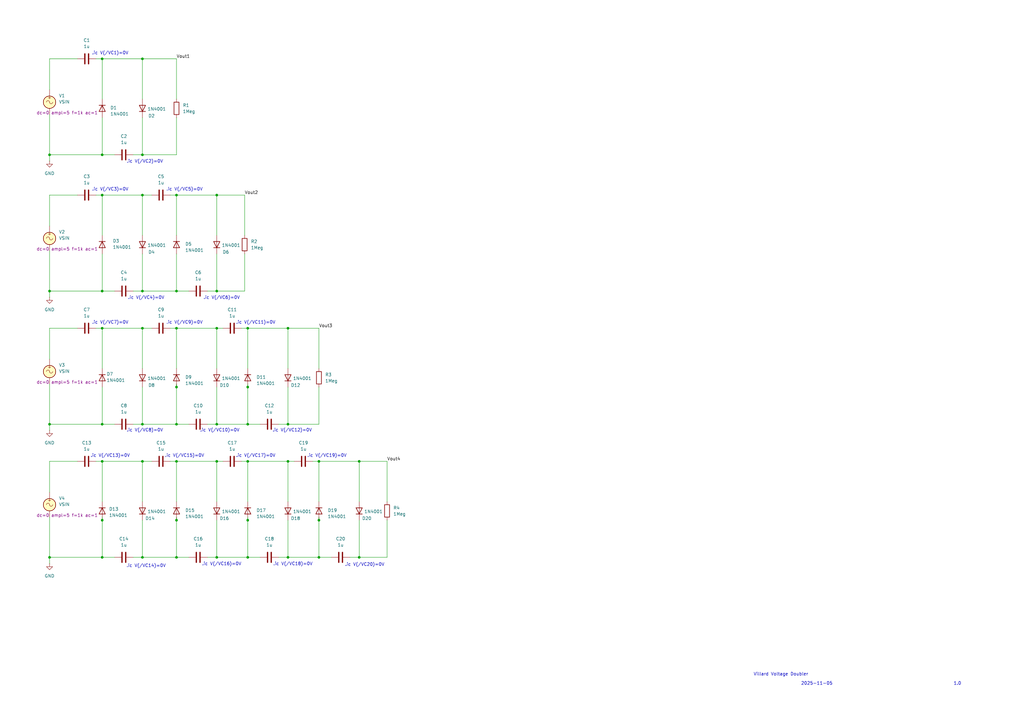
<source format=kicad_sch>
(kicad_sch (version 20250114) (generator "eeschema") (generator_version "9.0")
  (paper "A3")
  (lib_symbols
    (symbol "Device:C" (pin_numbers (hide yes)) (pin_names (offset 0.254))
      (property "Reference" "C" (at 0.635 2.54 0))
      (property "Value" "C" (at 0.635 -2.54 0))
      (symbol "C_0_1"
        (polyline (pts (xy -2.032 0.762) (xy 2.032 0.762)) (stroke (width 0.508)))
        (polyline (pts (xy -2.032 -0.762) (xy 2.032 -0.762)) (stroke (width 0.508)))
      )
      (symbol "C_1_1"
        (pin passive line (at 0 3.81 270) (length 2.794) (name "~") (number "1"))
        (pin passive line (at 0 -3.81 90) (length 2.794) (name "~") (number "2"))
      )
    )
    (symbol "Device:R" (pin_numbers (hide yes)) (pin_names (offset 0))
      (property "Reference" "R" (at 2.032 0 90))
      (property "Value" "R" (at 0 0 90))
      (symbol "R_0_1"
        (rectangle (start -1.016 -2.54) (end 1.016 2.54) (stroke (width 0.254)))
      )
      (symbol "R_1_1"
        (pin passive line (at 0 3.81 270) (length 1.27) (name "~") (number "1"))
        (pin passive line (at 0 -3.81 90) (length 1.27) (name "~") (number "2"))
      )
    )
    (symbol "Diode:1N4001" (pin_numbers (hide yes)) (pin_names (hide yes))
      (property "Reference" "D" (at 0 2.54 0))
      (property "Value" "1N4001" (at 0 -2.54 0))
      (symbol "1N4001_0_1"
        (polyline (pts (xy -1.27 1.27) (xy -1.27 -1.27)) (stroke (width 0.254)))
        (polyline (pts (xy 1.27 1.27) (xy 1.27 -1.27) (xy -1.27 0) (xy 1.27 1.27)) (stroke (width 0.254)))
        (polyline (pts (xy 1.27 0) (xy -1.27 0)))
      )
      (symbol "1N4001_1_1"
        (pin passive line (at -3.81 0 0) (length 2.54) (name "K") (number "1"))
        (pin passive line (at 3.81 0 180) (length 2.54) (name "A") (number "2"))
      )
    )
    (symbol "Simulation_SPICE:VSIN" (pin_numbers (hide yes)) (pin_names (offset 0.0254))
      (property "Reference" "V" (at 2.54 2.54 0))
      (property "Value" "VSIN" (at 2.54 0 0))
      (property "Sim.Params" "dc=0 ampl=1 f=1k ac=1" (at 2.54 -2.54 0))
      (symbol "VSIN_0_0"
        (arc (start -1.27 0) (mid -0.635 0.6323) (end 0 0))
        (arc (start 1.27 0) (mid 0.635 -0.6323) (end 0 0))
        (text "+" (at 0 1.905 0) (effects (font (size 1.27 1.27))))
      )
      (symbol "VSIN_0_1"
        (circle (center 0 0) (radius 2.54) (stroke (width 0.254)) (fill (type background)))
      )
      (symbol "VSIN_1_1"
        (pin passive line (at 0 5.08 270) (length 2.54) (name "~") (number "1"))
        (pin passive line (at 0 -5.08 90) (length 2.54) (name "~") (number "2"))
      )
    )
    (symbol "power:GND" (power) (pin_numbers (hide yes)) (pin_names (offset 0) (hide yes))
      (property "Value" "GND" (at 0 -3.81 0))
      (symbol "GND_0_1"
        (polyline (pts (xy 0 0) (xy 0 -1.27) (xy 1.27 -1.27) (xy 0 -2.54) (xy -1.27 -1.27) (xy 0 -1.27)))
      )
      (symbol "GND_1_1"
        (pin power_in line (at 0 0 270) (length 0) (name "~") (number "1"))
      )
    )
  )
  (text ".ic V(/VC16)=0V" (at 90.932 231.394 0) (effects (font (size 1.27 1.27))))
  (text ".ic V(/VC4)=0V" (at 59.944 122.174 0) (effects (font (size 1.27 1.27))))
  (text ".ic V(/VC6)=0V" (at 90.932 122.174 0) (effects (font (size 1.27 1.27))))
  (text ".ic V(/VC17)=0V" (at 104.902 186.944 0) (effects (font (size 1.27 1.27))))
  (text ".ic V(/VC14)=0V" (at 59.944 232.156 0) (effects (font (size 1.27 1.27))))
  (text ".ic V(/VC19)=0V" (at 134.112 186.944 0) (effects (font (size 1.27 1.27))))
  (text ".ic V(/VC18)=0V" (at 120.142 231.394 0) (effects (font (size 1.27 1.27))))
  (text ".ic V(/VC8)=0V" (at 59.436 176.53 0) (effects (font (size 1.27 1.27))))
  (text "1.0" (at 392.684 280.416 0) (effects (font (size 1.27 1.27))))
  (text ".ic V(/VC13)=0V" (at 45.212 186.944 0) (effects (font (size 1.27 1.27))))
  (text "2025-11-05" (at 335.026 280.416 0) (effects (font (size 1.27 1.27))))
  (text ".ic V(/VC3)=0V" (at 45.212 77.724 0) (effects (font (size 1.27 1.27))))
  (text "Villard Voltage Doubler" (at 320.294 276.606 0) (effects (font (size 1.27 1.27))))
  (text ".ic V(/VC20)=0V" (at 149.606 231.648 0) (effects (font (size 1.27 1.27))))
  (text ".ic V(/VC12)=0V" (at 119.888 176.53 0) (effects (font (size 1.27 1.27))))
  (text ".ic V(/VC15)=0V" (at 75.692 186.944 0) (effects (font (size 1.27 1.27))))
  (text ".ic V(/VC9)=0V" (at 75.692 132.334 0) (effects (font (size 1.27 1.27))))
  (text ".ic V(/VC5)=0V" (at 75.692 77.724 0) (effects (font (size 1.27 1.27))))
  (text ".ic V(/VC10)=0V" (at 90.17 176.53 0) (effects (font (size 1.27 1.27))))
  (text ".ic V(/VC11)=0V" (at 104.902 132.334 0) (effects (font (size 1.27 1.27))))
  (text ".ic V(/VC1)=0V" (at 45.212 21.844 0) (effects (font (size 1.27 1.27))))
  (text ".ic V(/VC2)=0V" (at 59.436 66.294 0) (effects (font (size 1.27 1.27))))
  (text ".ic V(/VC7)=0V" (at 45.212 132.334 0) (effects (font (size 1.27 1.27))))
  (junction (at 88.9 134.62))
  (junction (at 41.91 119.38))
  (junction (at 88.9 189.23))
  (junction (at 101.6 228.6))
  (junction (at 20.32 63.5))
  (junction (at 58.42 119.38))
  (junction (at 147.32 189.23))
  (junction (at 41.91 63.5))
  (junction (at 118.11 173.99))
  (junction (at 72.39 80.01))
  (junction (at 58.42 63.5))
  (junction (at 72.39 228.6))
  (junction (at 72.39 158.75))
  (junction (at 130.81 228.6))
  (junction (at 41.91 80.01))
  (junction (at 58.42 80.01))
  (junction (at 72.39 189.23))
  (junction (at 72.39 173.99))
  (junction (at 58.42 189.23))
  (junction (at 101.6 158.75))
  (junction (at 118.11 189.23))
  (junction (at 130.81 213.36))
  (junction (at 58.42 228.6))
  (junction (at 41.91 24.13))
  (junction (at 72.39 119.38))
  (junction (at 101.6 213.36))
  (junction (at 58.42 24.13))
  (junction (at 101.6 134.62))
  (junction (at 58.42 173.99))
  (junction (at 41.91 134.62))
  (junction (at 41.91 173.99))
  (junction (at 41.91 189.23))
  (junction (at 118.11 134.62))
  (junction (at 72.39 213.36))
  (junction (at 72.39 134.62))
  (junction (at 88.9 119.38))
  (junction (at 101.6 173.99))
  (junction (at 20.32 119.38))
  (junction (at 41.91 228.6))
  (junction (at 20.32 173.99))
  (junction (at 147.32 228.6))
  (junction (at 20.32 228.6))
  (junction (at 88.9 228.6))
  (junction (at 88.9 173.99))
  (junction (at 88.9 80.01))
  (junction (at 41.91 213.36))
  (junction (at 130.81 189.23))
  (junction (at 58.42 134.62))
  (junction (at 118.11 228.6))
  (junction (at 101.6 189.23))
  (wire (pts (xy 88.9 134.62) (xy 88.9 151.13)))
  (wire (pts (xy 58.42 213.36) (xy 58.42 228.6)))
  (wire (pts (xy 58.42 119.38) (xy 72.39 119.38)))
  (wire (pts (xy 101.6 189.23) (xy 101.6 205.74)))
  (wire (pts (xy 101.6 173.99) (xy 106.68 173.99)))
  (wire (pts (xy 101.6 228.6) (xy 106.68 228.6)))
  (wire (pts (xy 58.42 119.38) (xy 54.61 119.38)))
  (wire (pts (xy 88.9 228.6) (xy 101.6 228.6)))
  (wire (pts (xy 41.91 212.09) (xy 41.91 213.36)))
  (wire (pts (xy 58.42 80.01) (xy 58.42 96.52)))
  (wire (pts (xy 20.32 92.71) (xy 20.32 80.01)))
  (wire (pts (xy 147.32 189.23) (xy 158.75 189.23)))
  (wire (pts (xy 128.27 189.23) (xy 130.81 189.23)))
  (wire (pts (xy 158.75 213.36) (xy 158.75 228.6)))
  (wire (pts (xy 147.32 228.6) (xy 158.75 228.6)))
  (wire (pts (xy 158.75 189.23) (xy 158.75 205.74)))
  (wire (pts (xy 72.39 158.75) (xy 72.39 173.99)))
  (wire (pts (xy 100.33 80.01) (xy 100.33 96.52)))
  (wire (pts (xy 101.6 134.62) (xy 101.6 151.13)))
  (wire (pts (xy 118.11 134.62) (xy 101.6 134.62)))
  (wire (pts (xy 118.11 173.99) (xy 130.81 173.99)))
  (wire (pts (xy 88.9 134.62) (xy 91.44 134.62)))
  (wire (pts (xy 58.42 63.5) (xy 72.39 63.5)))
  (wire (pts (xy 72.39 48.26) (xy 72.39 63.5)))
  (wire (pts (xy 39.37 134.62) (xy 41.91 134.62)))
  (wire (pts (xy 88.9 228.6) (xy 85.09 228.6)))
  (wire (pts (xy 88.9 189.23) (xy 91.44 189.23)))
  (wire (pts (xy 39.37 189.23) (xy 41.91 189.23)))
  (wire (pts (xy 20.32 24.13) (xy 31.75 24.13)))
  (wire (pts (xy 118.11 213.36) (xy 118.11 228.6)))
  (wire (pts (xy 20.32 63.5) (xy 20.32 46.99)))
  (wire (pts (xy 130.81 189.23) (xy 130.81 205.74)))
  (wire (pts (xy 72.39 80.01) (xy 72.39 96.52)))
  (wire (pts (xy 20.32 228.6) (xy 41.91 228.6)))
  (wire (pts (xy 88.9 80.01) (xy 88.9 96.52)))
  (wire (pts (xy 118.11 189.23) (xy 118.11 205.74)))
  (wire (pts (xy 130.81 134.62) (xy 130.81 151.13)))
  (wire (pts (xy 58.42 48.26) (xy 58.42 63.5)))
  (wire (pts (xy 58.42 134.62) (xy 62.23 134.62)))
  (wire (pts (xy 147.32 213.36) (xy 147.32 228.6)))
  (wire (pts (xy 58.42 24.13) (xy 72.39 24.13)))
  (wire (pts (xy 20.32 63.5) (xy 41.91 63.5)))
  (wire (pts (xy 88.9 158.75) (xy 88.9 173.99)))
  (wire (pts (xy 20.32 147.32) (xy 20.32 134.62)))
  (wire (pts (xy 58.42 189.23) (xy 58.42 205.74)))
  (wire (pts (xy 58.42 173.99) (xy 54.61 173.99)))
  (wire (pts (xy 41.91 228.6) (xy 46.99 228.6)))
  (wire (pts (xy 41.91 134.62) (xy 41.91 151.13)))
  (wire (pts (xy 88.9 104.14) (xy 88.9 119.38)))
  (wire (pts (xy 58.42 228.6) (xy 54.61 228.6)))
  (wire (pts (xy 101.6 157.48) (xy 101.6 158.75)))
  (wire (pts (xy 72.39 134.62) (xy 72.39 151.13)))
  (wire (pts (xy 20.32 36.83) (xy 20.32 24.13)))
  (wire (pts (xy 69.85 134.62) (xy 72.39 134.62)))
  (wire (pts (xy 20.32 231.14) (xy 20.32 228.6)))
  (wire (pts (xy 99.06 189.23) (xy 101.6 189.23)))
  (wire (pts (xy 58.42 24.13) (xy 58.42 40.64)))
  (wire (pts (xy 88.9 189.23) (xy 72.39 189.23)))
  (wire (pts (xy 58.42 189.23) (xy 41.91 189.23)))
  (wire (pts (xy 88.9 189.23) (xy 88.9 205.74)))
  (wire (pts (xy 41.91 158.75) (xy 41.91 173.99)))
  (wire (pts (xy 72.39 24.13) (xy 72.39 40.64)))
  (wire (pts (xy 118.11 189.23) (xy 101.6 189.23)))
  (wire (pts (xy 58.42 189.23) (xy 62.23 189.23)))
  (wire (pts (xy 58.42 104.14) (xy 58.42 119.38)))
  (wire (pts (xy 69.85 189.23) (xy 72.39 189.23)))
  (wire (pts (xy 41.91 173.99) (xy 46.99 173.99)))
  (wire (pts (xy 72.39 213.36) (xy 72.39 228.6)))
  (wire (pts (xy 101.6 212.09) (xy 101.6 213.36)))
  (wire (pts (xy 20.32 134.62) (xy 31.75 134.62)))
  (wire (pts (xy 39.37 80.01) (xy 41.91 80.01)))
  (wire (pts (xy 41.91 48.26) (xy 41.91 63.5)))
  (wire (pts (xy 20.32 80.01) (xy 31.75 80.01)))
  (wire (pts (xy 72.39 104.14) (xy 72.39 119.38)))
  (wire (pts (xy 118.11 134.62) (xy 118.11 151.13)))
  (wire (pts (xy 72.39 189.23) (xy 72.39 205.74)))
  (wire (pts (xy 118.11 158.75) (xy 118.11 173.99)))
  (wire (pts (xy 58.42 24.13) (xy 41.91 24.13)))
  (wire (pts (xy 72.39 228.6) (xy 77.47 228.6)))
  (wire (pts (xy 41.91 80.01) (xy 41.91 96.52)))
  (wire (pts (xy 41.91 24.13) (xy 41.91 40.64)))
  (wire (pts (xy 20.32 201.93) (xy 20.32 189.23)))
  (wire (pts (xy 72.39 157.48) (xy 72.39 158.75)))
  (wire (pts (xy 41.91 213.36) (xy 41.91 228.6)))
  (wire (pts (xy 88.9 80.01) (xy 100.33 80.01)))
  (wire (pts (xy 118.11 228.6) (xy 130.81 228.6)))
  (wire (pts (xy 99.06 134.62) (xy 101.6 134.62)))
  (wire (pts (xy 88.9 173.99) (xy 101.6 173.99)))
  (wire (pts (xy 20.32 228.6) (xy 20.32 212.09)))
  (wire (pts (xy 20.32 119.38) (xy 20.32 102.87)))
  (wire (pts (xy 58.42 80.01) (xy 62.23 80.01)))
  (wire (pts (xy 39.37 24.13) (xy 41.91 24.13)))
  (wire (pts (xy 88.9 80.01) (xy 72.39 80.01)))
  (wire (pts (xy 41.91 104.14) (xy 41.91 119.38)))
  (wire (pts (xy 20.32 119.38) (xy 41.91 119.38)))
  (wire (pts (xy 147.32 228.6) (xy 143.51 228.6)))
  (wire (pts (xy 20.32 173.99) (xy 41.91 173.99)))
  (wire (pts (xy 58.42 173.99) (xy 72.39 173.99)))
  (wire (pts (xy 130.81 213.36) (xy 130.81 228.6)))
  (wire (pts (xy 41.91 63.5) (xy 46.99 63.5)))
  (wire (pts (xy 58.42 158.75) (xy 58.42 173.99)))
  (wire (pts (xy 20.32 176.53) (xy 20.32 173.99)))
  (wire (pts (xy 88.9 119.38) (xy 100.33 119.38)))
  (wire (pts (xy 88.9 173.99) (xy 85.09 173.99)))
  (wire (pts (xy 58.42 80.01) (xy 41.91 80.01)))
  (wire (pts (xy 20.32 173.99) (xy 20.32 157.48)))
  (wire (pts (xy 41.91 119.38) (xy 46.99 119.38)))
  (wire (pts (xy 101.6 158.75) (xy 101.6 173.99)))
  (wire (pts (xy 118.11 173.99) (xy 114.3 173.99)))
  (wire (pts (xy 100.33 104.14) (xy 100.33 119.38)))
  (wire (pts (xy 41.91 189.23) (xy 41.91 205.74)))
  (wire (pts (xy 118.11 189.23) (xy 120.65 189.23)))
  (wire (pts (xy 130.81 158.75) (xy 130.81 173.99)))
  (wire (pts (xy 20.32 121.92) (xy 20.32 119.38)))
  (wire (pts (xy 147.32 189.23) (xy 147.32 205.74)))
  (wire (pts (xy 101.6 213.36) (xy 101.6 228.6)))
  (wire (pts (xy 72.39 119.38) (xy 77.47 119.38)))
  (wire (pts (xy 58.42 134.62) (xy 58.42 151.13)))
  (wire (pts (xy 88.9 134.62) (xy 72.39 134.62)))
  (wire (pts (xy 58.42 134.62) (xy 41.91 134.62)))
  (wire (pts (xy 20.32 66.04) (xy 20.32 63.5)))
  (wire (pts (xy 118.11 134.62) (xy 130.81 134.62)))
  (wire (pts (xy 88.9 119.38) (xy 85.09 119.38)))
  (wire (pts (xy 69.85 80.01) (xy 72.39 80.01)))
  (wire (pts (xy 58.42 228.6) (xy 72.39 228.6)))
  (wire (pts (xy 147.32 189.23) (xy 130.81 189.23)))
  (wire (pts (xy 130.81 228.6) (xy 135.89 228.6)))
  (wire (pts (xy 72.39 212.09) (xy 72.39 213.36)))
  (wire (pts (xy 130.81 212.09) (xy 130.81 213.36)))
  (wire (pts (xy 20.32 189.23) (xy 31.75 189.23)))
  (wire (pts (xy 118.11 228.6) (xy 114.3 228.6)))
  (wire (pts (xy 88.9 213.36) (xy 88.9 228.6)))
  (wire (pts (xy 72.39 173.99) (xy 77.47 173.99)))
  (wire (pts (xy 58.42 63.5) (xy 54.61 63.5)))
  (label "Vout1" (at 72.39 24.13 0))
  (label "Vout3" (at 130.81 134.62 0))
  (label "Vout4" (at 158.75 189.23 0))
  (label "Vout2" (at 100.33 80.01 0))
  (symbol (lib_id "Diode:1N4001") (at 72.39 209.55 270) (unit 1)
    (property "Reference" "D15" (at 75.946 209.296 90) (effects (justify left)))
    (property "Value" "1N4001" (at 75.946 211.836 90) (effects (justify left)))
    (property "Footprint" "Diode_THT:D_DO-41_SOD81_P10.16mm_Horizontal" (effects (hide yes)))
    (property "Datasheet" "http://www.vishay.com/docs/88503/1n4001.pdf" (effects (hide yes)))
    (property "Description" "50V 1A General Purpose Rectifier Diode, DO-41" (effects (hide yes)))
    (property "Sim.Device" "D" (effects (hide yes)))
    (property "Sim.Pins" "1=K 2=A" (effects (hide yes)))
  )
  (symbol (lib_id "Diode:1N4001") (at 118.11 154.94 90) (unit 1)
    (property "Reference" "D12" (at 123.19 157.988 90) (effects (justify left)))
    (property "Value" "1N4001" (at 127.762 155.194 90) (effects (justify left)))
    (property "Footprint" "Diode_THT:D_DO-41_SOD81_P10.16mm_Horizontal" (effects (hide yes)))
    (property "Datasheet" "http://www.vishay.com/docs/88503/1n4001.pdf" (effects (hide yes)))
    (property "Description" "50V 1A General Purpose Rectifier Diode, DO-41" (effects (hide yes)))
    (property "Sim.Device" "D" (effects (hide yes)))
    (property "Sim.Pins" "1=K 2=A" (effects (hide yes)))
  )
  (symbol (lib_id "Diode:1N4001") (at 41.91 44.45 270) (unit 1)
    (property "Reference" "D1" (at 45.212 44.196 90) (effects (justify left)))
    (property "Value" "1N4001" (at 45.212 46.736 90) (effects (justify left)))
    (property "Footprint" "Diode_THT:D_DO-41_SOD81_P10.16mm_Horizontal" (effects (hide yes)))
    (property "Datasheet" "http://www.vishay.com/docs/88503/1n4001.pdf" (effects (hide yes)))
    (property "Description" "50V 1A General Purpose Rectifier Diode, DO-41" (effects (hide yes)))
    (property "Sim.Device" "D" (effects (hide yes)))
    (property "Sim.Pins" "1=K 2=A" (effects (hide yes)))
  )
  (symbol (lib_id "Device:C") (at 139.7 228.6 90) (unit 1)
    (property "Reference" "C20" (at 139.7 220.98 90))
    (property "Value" "1u" (at 139.7 223.52 90))
    (property "Description" "Unpolarized capacitor" (effects (hide yes)))
  )
  (symbol (lib_id "Diode:1N4001") (at 41.91 209.55 270) (unit 1)
    (property "Reference" "D13" (at 44.704 208.788 90) (effects (justify left)))
    (property "Value" "1N4001" (at 44.704 211.328 90) (effects (justify left)))
    (property "Footprint" "Diode_THT:D_DO-41_SOD81_P10.16mm_Horizontal" (effects (hide yes)))
    (property "Datasheet" "http://www.vishay.com/docs/88503/1n4001.pdf" (effects (hide yes)))
    (property "Description" "50V 1A General Purpose Rectifier Diode, DO-41" (effects (hide yes)))
    (property "Sim.Device" "D" (effects (hide yes)))
    (property "Sim.Pins" "1=K 2=A" (effects (hide yes)))
  )
  (symbol (lib_id "Device:C") (at 124.46 189.23 90) (unit 1)
    (property "Reference" "C19" (at 124.46 181.61 90))
    (property "Value" "1u" (at 124.46 184.15 90))
    (property "Description" "Unpolarized capacitor" (effects (hide yes)))
  )
  (symbol (lib_id "Device:C") (at 35.56 134.62 90) (unit 1)
    (property "Reference" "C7" (at 35.56 127 90))
    (property "Value" "1u" (at 35.56 129.54 90))
    (property "Description" "Unpolarized capacitor" (effects (hide yes)))
  )
  (symbol (lib_id "Diode:1N4001") (at 58.42 100.33 90) (unit 1)
    (property "Reference" "D4" (at 63.5 103.378 90) (effects (justify left)))
    (property "Value" "1N4001" (at 68.072 100.584 90) (effects (justify left)))
    (property "Footprint" "Diode_THT:D_DO-41_SOD81_P10.16mm_Horizontal" (effects (hide yes)))
    (property "Datasheet" "http://www.vishay.com/docs/88503/1n4001.pdf" (effects (hide yes)))
    (property "Description" "50V 1A General Purpose Rectifier Diode, DO-41" (effects (hide yes)))
    (property "Sim.Device" "D" (effects (hide yes)))
    (property "Sim.Pins" "1=K 2=A" (effects (hide yes)))
  )
  (symbol (lib_id "Device:R") (at 72.39 44.45 0) (unit 1)
    (property "Reference" "R1" (at 74.93 43.1799 0) (effects (justify left)))
    (property "Value" "1Meg" (at 74.93 45.7199 0) (effects (justify left)))
    (property "Description" "Resistor" (effects (hide yes)))
  )
  (symbol (lib_id "Device:R") (at 158.75 209.55 0) (unit 1)
    (property "Reference" "R4" (at 161.29 208.2799 0) (effects (justify left)))
    (property "Value" "1Meg" (at 161.29 210.8199 0) (effects (justify left)))
    (property "Description" "Resistor" (effects (hide yes)))
  )
  (symbol (lib_id "Device:C") (at 95.25 189.23 90) (unit 1)
    (property "Reference" "C17" (at 95.25 181.61 90))
    (property "Value" "1u" (at 95.25 184.15 90))
    (property "Description" "Unpolarized capacitor" (effects (hide yes)))
  )
  (symbol (lib_id "Device:C") (at 110.49 173.99 90) (unit 1)
    (property "Reference" "C12" (at 110.49 166.37 90))
    (property "Value" "1u" (at 110.49 168.91 90))
    (property "Description" "Unpolarized capacitor" (effects (hide yes)))
  )
  (symbol (lib_id "Diode:1N4001") (at 101.6 154.94 270) (unit 1)
    (property "Reference" "D11" (at 105.156 154.686 90) (effects (justify left)))
    (property "Value" "1N4001" (at 105.156 157.226 90) (effects (justify left)))
    (property "Footprint" "Diode_THT:D_DO-41_SOD81_P10.16mm_Horizontal" (effects (hide yes)))
    (property "Datasheet" "http://www.vishay.com/docs/88503/1n4001.pdf" (effects (hide yes)))
    (property "Description" "50V 1A General Purpose Rectifier Diode, DO-41" (effects (hide yes)))
    (property "Sim.Device" "D" (effects (hide yes)))
    (property "Sim.Pins" "1=K 2=A" (effects (hide yes)))
  )
  (symbol (lib_id "Device:C") (at 35.56 80.01 90) (unit 1)
    (property "Reference" "C3" (at 35.56 72.39 90))
    (property "Value" "1u" (at 35.56 74.93 90))
    (property "Description" "Unpolarized capacitor" (effects (hide yes)))
  )
  (symbol (lib_id "Device:C") (at 50.8 173.99 90) (unit 1)
    (property "Reference" "C8" (at 50.8 166.37 90))
    (property "Value" "1u" (at 50.8 168.91 90))
    (property "Description" "Unpolarized capacitor" (effects (hide yes)))
  )
  (symbol (lib_id "power:GND") (at 20.32 121.92 0) (unit 1)
    (property "Reference" "#PWR01" (effects (hide yes)))
    (property "Value" "GND" (at 20.32 127 0))
    (property "Description" "Power symbol creates a global label with name \"GND\" , ground" (effects (hide yes)))
  )
  (symbol (lib_id "Diode:1N4001") (at 118.11 209.55 90) (unit 1)
    (property "Reference" "D18" (at 123.19 212.598 90) (effects (justify left)))
    (property "Value" "1N4001" (at 127.762 209.804 90) (effects (justify left)))
    (property "Footprint" "Diode_THT:D_DO-41_SOD81_P10.16mm_Horizontal" (effects (hide yes)))
    (property "Datasheet" "http://www.vishay.com/docs/88503/1n4001.pdf" (effects (hide yes)))
    (property "Description" "50V 1A General Purpose Rectifier Diode, DO-41" (effects (hide yes)))
    (property "Sim.Device" "D" (effects (hide yes)))
    (property "Sim.Pins" "1=K 2=A" (effects (hide yes)))
  )
  (symbol (lib_id "Diode:1N4001") (at 147.32 209.55 90) (unit 1)
    (property "Reference" "D20" (at 152.4 212.598 90) (effects (justify left)))
    (property "Value" "1N4001" (at 156.972 209.804 90) (effects (justify left)))
    (property "Footprint" "Diode_THT:D_DO-41_SOD81_P10.16mm_Horizontal" (effects (hide yes)))
    (property "Datasheet" "http://www.vishay.com/docs/88503/1n4001.pdf" (effects (hide yes)))
    (property "Description" "50V 1A General Purpose Rectifier Diode, DO-41" (effects (hide yes)))
    (property "Sim.Device" "D" (effects (hide yes)))
    (property "Sim.Pins" "1=K 2=A" (effects (hide yes)))
  )
  (symbol (lib_id "Device:R") (at 130.81 154.94 0) (unit 1)
    (property "Reference" "R3" (at 133.35 153.6699 0) (effects (justify left)))
    (property "Value" "1Meg" (at 133.35 156.2099 0) (effects (justify left)))
    (property "Description" "Resistor" (effects (hide yes)))
  )
  (symbol (lib_id "Diode:1N4001") (at 58.42 44.45 90) (unit 1)
    (property "Reference" "D2" (at 63.5 47.498 90) (effects (justify left)))
    (property "Value" "1N4001" (at 68.072 44.704 90) (effects (justify left)))
    (property "Footprint" "Diode_THT:D_DO-41_SOD81_P10.16mm_Horizontal" (effects (hide yes)))
    (property "Datasheet" "http://www.vishay.com/docs/88503/1n4001.pdf" (effects (hide yes)))
    (property "Description" "50V 1A General Purpose Rectifier Diode, DO-41" (effects (hide yes)))
    (property "Sim.Device" "D" (effects (hide yes)))
    (property "Sim.Pins" "1=K 2=A" (effects (hide yes)))
  )
  (symbol (lib_id "Simulation_SPICE:VSIN") (at 20.32 207.01 0) (unit 1)
    (property "Reference" "V4" (at 24.13 204.3401 0) (effects (justify left)))
    (property "Value" "VSIN" (at 24.13 206.8801 0) (effects (justify left)))
    (property "Datasheet" "https://ngspice.sourceforge.io/docs/ngspice-html-manual/manual.xhtml#sec_Independent_Sources_for" (effects (hide yes)))
    (property "Description" "Voltage source, sinusoidal" (effects (hide yes)))
    (property "Sim.Pins" "1=+ 2=-" (effects (hide yes)))
    (property "Sim.Params" "dc=0 ampl=5 f=1k ac=1" (at 14.986 211.328 0) (effects (justify left)))
    (property "Sim.Type" "SIN" (effects (hide yes)))
    (property "Sim.Device" "V" (effects (hide yes)))
  )
  (symbol (lib_id "power:GND") (at 20.32 231.14 0) (unit 1)
    (property "Reference" "#PWR04" (effects (hide yes)))
    (property "Value" "GND" (at 20.32 236.22 0))
    (property "Description" "Power symbol creates a global label with name \"GND\" , ground" (effects (hide yes)))
  )
  (symbol (lib_id "Device:C") (at 81.28 228.6 90) (unit 1)
    (property "Reference" "C16" (at 81.28 220.98 90))
    (property "Value" "1u" (at 81.28 223.52 90))
    (property "Description" "Unpolarized capacitor" (effects (hide yes)))
  )
  (symbol (lib_id "Device:C") (at 66.04 80.01 90) (unit 1)
    (property "Reference" "C5" (at 66.04 72.39 90))
    (property "Value" "1u" (at 66.04 74.93 90))
    (property "Description" "Unpolarized capacitor" (effects (hide yes)))
  )
  (symbol (lib_id "Simulation_SPICE:VSIN") (at 20.32 41.91 0) (unit 1)
    (property "Reference" "V1" (at 24.13 39.2401 0) (effects (justify left)))
    (property "Value" "VSIN" (at 24.13 41.7801 0) (effects (justify left)))
    (property "Datasheet" "https://ngspice.sourceforge.io/docs/ngspice-html-manual/manual.xhtml#sec_Independent_Sources_for" (effects (hide yes)))
    (property "Description" "Voltage source, sinusoidal" (effects (hide yes)))
    (property "Sim.Pins" "1=+ 2=-" (effects (hide yes)))
    (property "Sim.Params" "dc=0 ampl=5 f=1k ac=1" (at 14.986 46.228 0) (effects (justify left)))
    (property "Sim.Type" "SIN" (effects (hide yes)))
    (property "Sim.Device" "V" (effects (hide yes)))
  )
  (symbol (lib_id "Diode:1N4001") (at 58.42 209.55 90) (unit 1)
    (property "Reference" "D14" (at 63.5 212.598 90) (effects (justify left)))
    (property "Value" "1N4001" (at 68.072 209.804 90) (effects (justify left)))
    (property "Footprint" "Diode_THT:D_DO-41_SOD81_P10.16mm_Horizontal" (effects (hide yes)))
    (property "Datasheet" "http://www.vishay.com/docs/88503/1n4001.pdf" (effects (hide yes)))
    (property "Description" "50V 1A General Purpose Rectifier Diode, DO-41" (effects (hide yes)))
    (property "Sim.Device" "D" (effects (hide yes)))
    (property "Sim.Pins" "1=K 2=A" (effects (hide yes)))
  )
  (symbol (lib_id "Diode:1N4001") (at 88.9 154.94 90) (unit 1)
    (property "Reference" "D10" (at 93.98 157.988 90) (effects (justify left)))
    (property "Value" "1N4001" (at 98.552 155.194 90) (effects (justify left)))
    (property "Footprint" "Diode_THT:D_DO-41_SOD81_P10.16mm_Horizontal" (effects (hide yes)))
    (property "Datasheet" "http://www.vishay.com/docs/88503/1n4001.pdf" (effects (hide yes)))
    (property "Description" "50V 1A General Purpose Rectifier Diode, DO-41" (effects (hide yes)))
    (property "Sim.Device" "D" (effects (hide yes)))
    (property "Sim.Pins" "1=K 2=A" (effects (hide yes)))
  )
  (symbol (lib_id "power:GND") (at 20.32 176.53 0) (unit 1)
    (property "Reference" "#PWR02" (effects (hide yes)))
    (property "Value" "GND" (at 20.32 181.61 0))
    (property "Description" "Power symbol creates a global label with name \"GND\" , ground" (effects (hide yes)))
  )
  (symbol (lib_id "Device:C") (at 81.28 119.38 90) (unit 1)
    (property "Reference" "C6" (at 81.28 111.76 90))
    (property "Value" "1u" (at 81.28 114.3 90))
    (property "Description" "Unpolarized capacitor" (effects (hide yes)))
  )
  (symbol (lib_id "Diode:1N4001") (at 88.9 100.33 90) (unit 1)
    (property "Reference" "D6" (at 93.98 103.378 90) (effects (justify left)))
    (property "Value" "1N4001" (at 98.552 100.584 90) (effects (justify left)))
    (property "Footprint" "Diode_THT:D_DO-41_SOD81_P10.16mm_Horizontal" (effects (hide yes)))
    (property "Datasheet" "http://www.vishay.com/docs/88503/1n4001.pdf" (effects (hide yes)))
    (property "Description" "50V 1A General Purpose Rectifier Diode, DO-41" (effects (hide yes)))
    (property "Sim.Device" "D" (effects (hide yes)))
    (property "Sim.Pins" "1=K 2=A" (effects (hide yes)))
  )
  (symbol (lib_id "power:GND") (at 20.32 66.04 0) (unit 1)
    (property "Reference" "#PWR03" (effects (hide yes)))
    (property "Value" "GND" (at 20.32 71.12 0))
    (property "Description" "Power symbol creates a global label with name \"GND\" , ground" (effects (hide yes)))
  )
  (symbol (lib_id "Device:C") (at 35.56 189.23 90) (unit 1)
    (property "Reference" "C13" (at 35.56 181.61 90))
    (property "Value" "1u" (at 35.56 184.15 90))
    (property "Description" "Unpolarized capacitor" (effects (hide yes)))
  )
  (symbol (lib_id "Device:R") (at 100.33 100.33 0) (unit 1)
    (property "Reference" "R2" (at 102.87 99.0599 0) (effects (justify left)))
    (property "Value" "1Meg" (at 102.87 101.5999 0) (effects (justify left)))
    (property "Description" "Resistor" (effects (hide yes)))
  )
  (symbol (lib_id "Device:C") (at 35.56 24.13 90) (unit 1)
    (property "Reference" "C1" (at 35.56 16.51 90))
    (property "Value" "1u" (at 35.56 19.05 90))
    (property "Description" "Unpolarized capacitor" (effects (hide yes)))
  )
  (symbol (lib_id "Device:C") (at 66.04 134.62 90) (unit 1)
    (property "Reference" "C9" (at 66.04 127 90))
    (property "Value" "1u" (at 66.04 129.54 90))
    (property "Description" "Unpolarized capacitor" (effects (hide yes)))
  )
  (symbol (lib_id "Diode:1N4001") (at 101.6 209.55 270) (unit 1)
    (property "Reference" "D17" (at 105.156 209.296 90) (effects (justify left)))
    (property "Value" "1N4001" (at 105.156 211.836 90) (effects (justify left)))
    (property "Footprint" "Diode_THT:D_DO-41_SOD81_P10.16mm_Horizontal" (effects (hide yes)))
    (property "Datasheet" "http://www.vishay.com/docs/88503/1n4001.pdf" (effects (hide yes)))
    (property "Description" "50V 1A General Purpose Rectifier Diode, DO-41" (effects (hide yes)))
    (property "Sim.Device" "D" (effects (hide yes)))
    (property "Sim.Pins" "1=K 2=A" (effects (hide yes)))
  )
  (symbol (lib_id "Simulation_SPICE:VSIN") (at 20.32 152.4 0) (unit 1)
    (property "Reference" "V3" (at 24.13 149.7301 0) (effects (justify left)))
    (property "Value" "VSIN" (at 24.13 152.2701 0) (effects (justify left)))
    (property "Datasheet" "https://ngspice.sourceforge.io/docs/ngspice-html-manual/manual.xhtml#sec_Independent_Sources_for" (effects (hide yes)))
    (property "Description" "Voltage source, sinusoidal" (effects (hide yes)))
    (property "Sim.Pins" "1=+ 2=-" (effects (hide yes)))
    (property "Sim.Params" "dc=0 ampl=5 f=1k ac=1" (at 14.986 156.718 0) (effects (justify left)))
    (property "Sim.Type" "SIN" (effects (hide yes)))
    (property "Sim.Device" "V" (effects (hide yes)))
  )
  (symbol (lib_id "Diode:1N4001") (at 130.81 209.55 270) (unit 1)
    (property "Reference" "D19" (at 134.366 209.296 90) (effects (justify left)))
    (property "Value" "1N4001" (at 134.366 211.836 90) (effects (justify left)))
    (property "Footprint" "Diode_THT:D_DO-41_SOD81_P10.16mm_Horizontal" (effects (hide yes)))
    (property "Datasheet" "http://www.vishay.com/docs/88503/1n4001.pdf" (effects (hide yes)))
    (property "Description" "50V 1A General Purpose Rectifier Diode, DO-41" (effects (hide yes)))
    (property "Sim.Device" "D" (effects (hide yes)))
    (property "Sim.Pins" "1=K 2=A" (effects (hide yes)))
  )
  (symbol (lib_id "Diode:1N4001") (at 41.91 154.94 270) (unit 1)
    (property "Reference" "D7" (at 43.688 153.416 90) (effects (justify left)))
    (property "Value" "1N4001" (at 43.688 155.956 90) (effects (justify left)))
    (property "Footprint" "Diode_THT:D_DO-41_SOD81_P10.16mm_Horizontal" (effects (hide yes)))
    (property "Datasheet" "http://www.vishay.com/docs/88503/1n4001.pdf" (effects (hide yes)))
    (property "Description" "50V 1A General Purpose Rectifier Diode, DO-41" (effects (hide yes)))
    (property "Sim.Device" "D" (effects (hide yes)))
    (property "Sim.Pins" "1=K 2=A" (effects (hide yes)))
  )
  (symbol (lib_id "Device:C") (at 110.49 228.6 90) (unit 1)
    (property "Reference" "C18" (at 110.49 220.98 90))
    (property "Value" "1u" (at 110.49 223.52 90))
    (property "Description" "Unpolarized capacitor" (effects (hide yes)))
  )
  (symbol (lib_id "Device:C") (at 81.28 173.99 90) (unit 1)
    (property "Reference" "C10" (at 81.28 166.37 90))
    (property "Value" "1u" (at 81.28 168.91 90))
    (property "Description" "Unpolarized capacitor" (effects (hide yes)))
  )
  (symbol (lib_id "Diode:1N4001") (at 88.9 209.55 90) (unit 1)
    (property "Reference" "D16" (at 93.98 212.598 90) (effects (justify left)))
    (property "Value" "1N4001" (at 98.552 209.804 90) (effects (justify left)))
    (property "Footprint" "Diode_THT:D_DO-41_SOD81_P10.16mm_Horizontal" (effects (hide yes)))
    (property "Datasheet" "http://www.vishay.com/docs/88503/1n4001.pdf" (effects (hide yes)))
    (property "Description" "50V 1A General Purpose Rectifier Diode, DO-41" (effects (hide yes)))
    (property "Sim.Device" "D" (effects (hide yes)))
    (property "Sim.Pins" "1=K 2=A" (effects (hide yes)))
  )
  (symbol (lib_id "Device:C") (at 66.04 189.23 90) (unit 1)
    (property "Reference" "C15" (at 66.04 181.61 90))
    (property "Value" "1u" (at 66.04 184.15 90))
    (property "Description" "Unpolarized capacitor" (effects (hide yes)))
  )
  (symbol (lib_id "Diode:1N4001") (at 58.42 154.94 90) (unit 1)
    (property "Reference" "D8" (at 63.5 157.988 90) (effects (justify left)))
    (property "Value" "1N4001" (at 68.072 155.194 90) (effects (justify left)))
    (property "Footprint" "Diode_THT:D_DO-41_SOD81_P10.16mm_Horizontal" (effects (hide yes)))
    (property "Datasheet" "http://www.vishay.com/docs/88503/1n4001.pdf" (effects (hide yes)))
    (property "Description" "50V 1A General Purpose Rectifier Diode, DO-41" (effects (hide yes)))
    (property "Sim.Device" "D" (effects (hide yes)))
    (property "Sim.Pins" "1=K 2=A" (effects (hide yes)))
  )
  (symbol (lib_id "Diode:1N4001") (at 72.39 100.33 270) (unit 1)
    (property "Reference" "D5" (at 75.946 100.076 90) (effects (justify left)))
    (property "Value" "1N4001" (at 75.946 102.616 90) (effects (justify left)))
    (property "Footprint" "Diode_THT:D_DO-41_SOD81_P10.16mm_Horizontal" (effects (hide yes)))
    (property "Datasheet" "http://www.vishay.com/docs/88503/1n4001.pdf" (effects (hide yes)))
    (property "Description" "50V 1A General Purpose Rectifier Diode, DO-41" (effects (hide yes)))
    (property "Sim.Device" "D" (effects (hide yes)))
    (property "Sim.Pins" "1=K 2=A" (effects (hide yes)))
  )
  (symbol (lib_id "Device:C") (at 50.8 63.5 90) (unit 1)
    (property "Reference" "C2" (at 50.8 55.88 90))
    (property "Value" "1u" (at 50.8 58.42 90))
    (property "Description" "Unpolarized capacitor" (effects (hide yes)))
  )
  (symbol (lib_id "Device:C") (at 95.25 134.62 90) (unit 1)
    (property "Reference" "C11" (at 95.25 127 90))
    (property "Value" "1u" (at 95.25 129.54 90))
    (property "Description" "Unpolarized capacitor" (effects (hide yes)))
  )
  (symbol (lib_id "Simulation_SPICE:VSIN") (at 20.32 97.79 0) (unit 1)
    (property "Reference" "V2" (at 24.13 95.1201 0) (effects (justify left)))
    (property "Value" "VSIN" (at 24.13 97.6601 0) (effects (justify left)))
    (property "Datasheet" "https://ngspice.sourceforge.io/docs/ngspice-html-manual/manual.xhtml#sec_Independent_Sources_for" (effects (hide yes)))
    (property "Description" "Voltage source, sinusoidal" (effects (hide yes)))
    (property "Sim.Pins" "1=+ 2=-" (effects (hide yes)))
    (property "Sim.Params" "dc=0 ampl=5 f=1k ac=1" (at 14.986 102.108 0) (effects (justify left)))
    (property "Sim.Type" "SIN" (effects (hide yes)))
    (property "Sim.Device" "V" (effects (hide yes)))
  )
  (symbol (lib_id "Device:C") (at 50.8 228.6 90) (unit 1)
    (property "Reference" "C14" (at 50.8 220.98 90))
    (property "Value" "1u" (at 50.8 223.52 90))
    (property "Description" "Unpolarized capacitor" (effects (hide yes)))
  )
  (symbol (lib_id "Device:C") (at 50.8 119.38 90) (unit 1)
    (property "Reference" "C4" (at 50.8 111.76 90))
    (property "Value" "1u" (at 50.8 114.3 90))
    (property "Description" "Unpolarized capacitor" (effects (hide yes)))
  )
  (symbol (lib_id "Diode:1N4001") (at 72.39 154.94 270) (unit 1)
    (property "Reference" "D9" (at 75.946 154.686 90) (effects (justify left)))
    (property "Value" "1N4001" (at 75.946 157.226 90) (effects (justify left)))
    (property "Footprint" "Diode_THT:D_DO-41_SOD81_P10.16mm_Horizontal" (effects (hide yes)))
    (property "Datasheet" "http://www.vishay.com/docs/88503/1n4001.pdf" (effects (hide yes)))
    (property "Description" "50V 1A General Purpose Rectifier Diode, DO-41" (effects (hide yes)))
    (property "Sim.Device" "D" (effects (hide yes)))
    (property "Sim.Pins" "1=K 2=A" (effects (hide yes)))
  )
  (symbol (lib_id "Diode:1N4001") (at 41.91 100.33 270) (unit 1)
    (property "Reference" "D3" (at 46.228 98.806 90) (effects (justify left)))
    (property "Value" "1N4001" (at 46.228 101.346 90) (effects (justify left)))
    (property "Footprint" "Diode_THT:D_DO-41_SOD81_P10.16mm_Horizontal" (effects (hide yes)))
    (property "Datasheet" "http://www.vishay.com/docs/88503/1n4001.pdf" (effects (hide yes)))
    (property "Description" "50V 1A General Purpose Rectifier Diode, DO-41" (effects (hide yes)))
    (property "Sim.Device" "D" (effects (hide yes)))
    (property "Sim.Pins" "1=K 2=A" (effects (hide yes)))
  )
)
</source>
